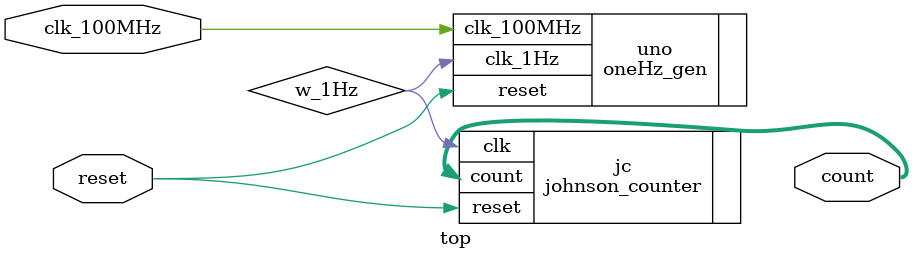
<source format=v>
`timescale 1ns / 1ps

module top(
    input clk_100MHz,
    input reset,
    output [3:0] count
    );
    
    wire w_1Hz;
    
    johnson_counter jc(
        .clk(w_1Hz),
        .reset(reset),
        .count(count)
        );
        
    oneHz_gen uno(
        .clk_100MHz(clk_100MHz),
        .reset(reset),
        .clk_1Hz(w_1Hz)
        );
    
    
endmodule

</source>
